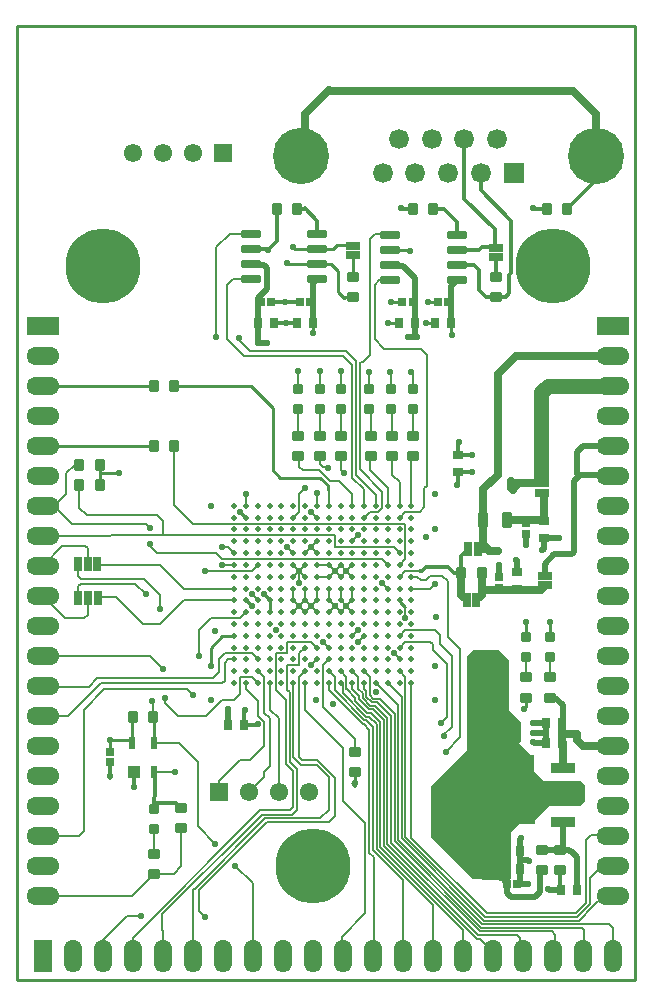
<source format=gtl>
G04 Layer_Physical_Order=1*
G04 Layer_Color=255*
%FSLAX25Y25*%
%MOIN*%
G70*
G01*
G75*
%ADD10C,0.01968*%
G04:AMPARAMS|DCode=11|XSize=31.5mil|YSize=31.5mil|CornerRadius=3.94mil|HoleSize=0mil|Usage=FLASHONLY|Rotation=90.000|XOffset=0mil|YOffset=0mil|HoleType=Round|Shape=RoundedRectangle|*
%AMROUNDEDRECTD11*
21,1,0.03150,0.02362,0,0,90.0*
21,1,0.02362,0.03150,0,0,90.0*
1,1,0.00787,0.01181,0.01181*
1,1,0.00787,0.01181,-0.01181*
1,1,0.00787,-0.01181,-0.01181*
1,1,0.00787,-0.01181,0.01181*
%
%ADD11ROUNDEDRECTD11*%
G04:AMPARAMS|DCode=12|XSize=25.59mil|YSize=64.96mil|CornerRadius=1.92mil|HoleSize=0mil|Usage=FLASHONLY|Rotation=90.000|XOffset=0mil|YOffset=0mil|HoleType=Round|Shape=RoundedRectangle|*
%AMROUNDEDRECTD12*
21,1,0.02559,0.06112,0,0,90.0*
21,1,0.02175,0.06496,0,0,90.0*
1,1,0.00384,0.03056,0.01088*
1,1,0.00384,0.03056,-0.01088*
1,1,0.00384,-0.03056,-0.01088*
1,1,0.00384,-0.03056,0.01088*
%
%ADD12ROUNDEDRECTD12*%
G04:AMPARAMS|DCode=13|XSize=51.18mil|YSize=31.5mil|CornerRadius=3.94mil|HoleSize=0mil|Usage=FLASHONLY|Rotation=90.000|XOffset=0mil|YOffset=0mil|HoleType=Round|Shape=RoundedRectangle|*
%AMROUNDEDRECTD13*
21,1,0.05118,0.02362,0,0,90.0*
21,1,0.04331,0.03150,0,0,90.0*
1,1,0.00787,0.01181,0.02165*
1,1,0.00787,0.01181,-0.02165*
1,1,0.00787,-0.01181,-0.02165*
1,1,0.00787,-0.01181,0.02165*
%
%ADD13ROUNDEDRECTD13*%
G04:AMPARAMS|DCode=14|XSize=39.37mil|YSize=35.43mil|CornerRadius=4.43mil|HoleSize=0mil|Usage=FLASHONLY|Rotation=180.000|XOffset=0mil|YOffset=0mil|HoleType=Round|Shape=RoundedRectangle|*
%AMROUNDEDRECTD14*
21,1,0.03937,0.02657,0,0,180.0*
21,1,0.03051,0.03543,0,0,180.0*
1,1,0.00886,-0.01526,0.01329*
1,1,0.00886,0.01526,0.01329*
1,1,0.00886,0.01526,-0.01329*
1,1,0.00886,-0.01526,-0.01329*
%
%ADD14ROUNDEDRECTD14*%
G04:AMPARAMS|DCode=15|XSize=39.37mil|YSize=35.43mil|CornerRadius=4.43mil|HoleSize=0mil|Usage=FLASHONLY|Rotation=90.000|XOffset=0mil|YOffset=0mil|HoleType=Round|Shape=RoundedRectangle|*
%AMROUNDEDRECTD15*
21,1,0.03937,0.02657,0,0,90.0*
21,1,0.03051,0.03543,0,0,90.0*
1,1,0.00886,0.01329,0.01526*
1,1,0.00886,0.01329,-0.01526*
1,1,0.00886,-0.01329,-0.01526*
1,1,0.00886,-0.01329,0.01526*
%
%ADD15ROUNDEDRECTD15*%
%ADD16R,0.02500X0.05000*%
%ADD17R,0.03740X0.02953*%
%ADD18R,0.02953X0.03740*%
%ADD19R,0.02520X0.02520*%
%ADD20R,0.02520X0.02520*%
%ADD21R,0.05000X0.02500*%
%ADD22R,0.02362X0.03937*%
%ADD23R,0.03937X0.03937*%
%ADD24R,0.08268X0.03543*%
%ADD25R,0.08268X0.12598*%
%ADD26C,0.02000*%
%ADD27C,0.02500*%
%ADD28C,0.00600*%
%ADD29C,0.00800*%
%ADD30C,0.01000*%
%ADD31C,0.01200*%
%ADD32C,0.05000*%
%ADD33R,0.06102X0.06102*%
%ADD34C,0.06102*%
%ADD35C,0.18740*%
%ADD36C,0.06653*%
%ADD37R,0.06653X0.06653*%
%ADD38C,0.25000*%
%ADD39O,0.11000X0.06000*%
%ADD40R,0.11000X0.06000*%
%ADD41O,0.06000X0.11000*%
%ADD42R,0.06000X0.11000*%
%ADD43C,0.02300*%
%ADD44C,0.02400*%
G36*
X442126Y204331D02*
Y203937D01*
Y187795D01*
X446063Y183858D01*
Y177559D01*
X445276Y176772D01*
X449213Y172835D01*
X450394D01*
Y167323D01*
X453543Y164173D01*
X466142D01*
X467323Y162992D01*
Y157480D01*
X465748Y155905D01*
X455512D01*
X450787Y151181D01*
Y150000D01*
X445276D01*
X442520Y147244D01*
Y131439D01*
X441791Y130754D01*
X429921Y131496D01*
X426575Y134843D01*
X416142Y145276D01*
Y162598D01*
X418110Y164567D01*
X427953Y174409D01*
Y205906D01*
X429921Y207874D01*
X438583D01*
X442126Y204331D01*
D02*
G37*
D10*
X350394Y255906D02*
D03*
X354331D02*
D03*
X358268D02*
D03*
X362205D02*
D03*
X366142D02*
D03*
X370079D02*
D03*
X374016D02*
D03*
X377953D02*
D03*
X381890D02*
D03*
X385827D02*
D03*
X389764D02*
D03*
X393701D02*
D03*
X397638D02*
D03*
X401575D02*
D03*
X405512D02*
D03*
X409449D02*
D03*
X350394Y251969D02*
D03*
X354331D02*
D03*
X358268D02*
D03*
X362205D02*
D03*
X366142D02*
D03*
X370079D02*
D03*
X374016D02*
D03*
X377953D02*
D03*
X381890D02*
D03*
X385827D02*
D03*
X389764D02*
D03*
X393701D02*
D03*
X397638D02*
D03*
X401575D02*
D03*
X405512D02*
D03*
X409449D02*
D03*
X350394Y248031D02*
D03*
X354331D02*
D03*
X358268D02*
D03*
X362205D02*
D03*
X366142D02*
D03*
X370079D02*
D03*
X374016D02*
D03*
X377953D02*
D03*
X381890D02*
D03*
X385827D02*
D03*
X389764D02*
D03*
X393701D02*
D03*
X397638D02*
D03*
X401575D02*
D03*
X405512D02*
D03*
X409449D02*
D03*
X350394Y244094D02*
D03*
X354331D02*
D03*
X358268D02*
D03*
X362205D02*
D03*
X366142D02*
D03*
X370079D02*
D03*
X374016D02*
D03*
X377953D02*
D03*
X381890D02*
D03*
X385827D02*
D03*
X389764D02*
D03*
X393701D02*
D03*
X397638D02*
D03*
X401575D02*
D03*
X405512D02*
D03*
X409449D02*
D03*
X350394Y240158D02*
D03*
X354331D02*
D03*
X358268D02*
D03*
X362205D02*
D03*
X366142D02*
D03*
X370079D02*
D03*
X374016D02*
D03*
X377953D02*
D03*
X381890D02*
D03*
X385827D02*
D03*
X389764D02*
D03*
X393701D02*
D03*
X397638D02*
D03*
X401575D02*
D03*
X405512D02*
D03*
X409449D02*
D03*
X350394Y236221D02*
D03*
X354331D02*
D03*
X358268D02*
D03*
X362205D02*
D03*
X366142D02*
D03*
X370079D02*
D03*
X374016D02*
D03*
X377953D02*
D03*
X381890D02*
D03*
X385827D02*
D03*
X389764D02*
D03*
X393701D02*
D03*
X397638D02*
D03*
X401575D02*
D03*
X405512D02*
D03*
X409449D02*
D03*
X350394Y232283D02*
D03*
X354331D02*
D03*
X358268D02*
D03*
X362205D02*
D03*
X366142D02*
D03*
X370079D02*
D03*
X374016D02*
D03*
X377953D02*
D03*
X381890D02*
D03*
X385827D02*
D03*
X389764D02*
D03*
X393701D02*
D03*
X397638D02*
D03*
X401575D02*
D03*
X405512D02*
D03*
X409449D02*
D03*
X350394Y228346D02*
D03*
X354331D02*
D03*
X358268D02*
D03*
X362205D02*
D03*
X366142D02*
D03*
X370079D02*
D03*
X374016D02*
D03*
X377953D02*
D03*
X381890D02*
D03*
X385827D02*
D03*
X389764D02*
D03*
X393701D02*
D03*
X397638D02*
D03*
X401575D02*
D03*
X405512D02*
D03*
X409449D02*
D03*
X350394Y224410D02*
D03*
X354331D02*
D03*
X358268D02*
D03*
X362205D02*
D03*
X366142D02*
D03*
X370079D02*
D03*
X374016D02*
D03*
X377953D02*
D03*
X381890D02*
D03*
X385827D02*
D03*
X389764D02*
D03*
X393701D02*
D03*
X397638D02*
D03*
X401575D02*
D03*
X405512D02*
D03*
X409449D02*
D03*
X350394Y220472D02*
D03*
X354331D02*
D03*
X358268D02*
D03*
X362205D02*
D03*
X366142D02*
D03*
X370079D02*
D03*
X374016D02*
D03*
X377953D02*
D03*
X381890D02*
D03*
X385827D02*
D03*
X389764D02*
D03*
X393701D02*
D03*
X397638D02*
D03*
X401575D02*
D03*
X405512D02*
D03*
X409449D02*
D03*
X350394Y216535D02*
D03*
X354331D02*
D03*
X358268D02*
D03*
X362205D02*
D03*
X366142D02*
D03*
X370079D02*
D03*
X374016D02*
D03*
X377953D02*
D03*
X381890D02*
D03*
X385827D02*
D03*
X389764D02*
D03*
X393701D02*
D03*
X397638D02*
D03*
X401575D02*
D03*
X405512D02*
D03*
X409449D02*
D03*
X350394Y212598D02*
D03*
X354331D02*
D03*
X358268D02*
D03*
X362205D02*
D03*
X366142D02*
D03*
X370079D02*
D03*
X374016D02*
D03*
X377953D02*
D03*
X381890D02*
D03*
X385827D02*
D03*
X389764D02*
D03*
X393701D02*
D03*
X397638D02*
D03*
X401575D02*
D03*
X405512D02*
D03*
X409449D02*
D03*
X350394Y208661D02*
D03*
X354331D02*
D03*
X358268D02*
D03*
X362205D02*
D03*
X366142D02*
D03*
X370079D02*
D03*
X374016D02*
D03*
X377953D02*
D03*
X381890D02*
D03*
X385827D02*
D03*
X389764D02*
D03*
X393701D02*
D03*
X397638D02*
D03*
X401575D02*
D03*
X405512D02*
D03*
X409449D02*
D03*
X350394Y204724D02*
D03*
X354331D02*
D03*
X358268D02*
D03*
X362205D02*
D03*
X366142D02*
D03*
X370079D02*
D03*
X374016D02*
D03*
X377953D02*
D03*
X381890D02*
D03*
X385827D02*
D03*
X389764D02*
D03*
X393701D02*
D03*
X397638D02*
D03*
X401575D02*
D03*
X405512D02*
D03*
X409449D02*
D03*
X350394Y200787D02*
D03*
X354331D02*
D03*
X358268D02*
D03*
X362205D02*
D03*
X366142D02*
D03*
X370079D02*
D03*
X374016D02*
D03*
X377953D02*
D03*
X381890D02*
D03*
X385827D02*
D03*
X389764D02*
D03*
X393701D02*
D03*
X397638D02*
D03*
X401575D02*
D03*
X405512D02*
D03*
X409449D02*
D03*
X350394Y196850D02*
D03*
X354331D02*
D03*
X358268D02*
D03*
X362205D02*
D03*
X366142D02*
D03*
X370079D02*
D03*
X374016D02*
D03*
X377953D02*
D03*
X381890D02*
D03*
X385827D02*
D03*
X389764D02*
D03*
X393701D02*
D03*
X397638D02*
D03*
X401575D02*
D03*
X405512D02*
D03*
X409449D02*
D03*
D11*
X378860Y295002D02*
D03*
Y288309D02*
D03*
X386045Y295002D02*
D03*
Y288309D02*
D03*
X395482Y295002D02*
D03*
Y288309D02*
D03*
X402667Y295002D02*
D03*
Y288309D02*
D03*
X409852Y295002D02*
D03*
Y288309D02*
D03*
X455500Y205516D02*
D03*
Y212209D02*
D03*
X447500Y205516D02*
D03*
Y212209D02*
D03*
X371675Y288309D02*
D03*
Y295002D02*
D03*
X323500Y148153D02*
D03*
Y154847D02*
D03*
D12*
X378122Y331500D02*
D03*
Y336500D02*
D03*
Y341500D02*
D03*
Y346500D02*
D03*
X355878Y331500D02*
D03*
Y336500D02*
D03*
Y341500D02*
D03*
Y346500D02*
D03*
X424508Y331083D02*
D03*
Y336083D02*
D03*
Y341083D02*
D03*
Y346083D02*
D03*
X402264Y331083D02*
D03*
Y336083D02*
D03*
Y341083D02*
D03*
Y346083D02*
D03*
D13*
X441339Y251181D02*
D03*
X433465D02*
D03*
D14*
X455500Y192016D02*
D03*
Y198709D02*
D03*
X447500Y192016D02*
D03*
Y198709D02*
D03*
X371791Y272551D02*
D03*
Y279244D02*
D03*
X378886Y272551D02*
D03*
Y279244D02*
D03*
X385980Y272551D02*
D03*
Y279244D02*
D03*
X395870Y272551D02*
D03*
Y279244D02*
D03*
X402965Y272551D02*
D03*
Y279244D02*
D03*
X410059Y272551D02*
D03*
Y279244D02*
D03*
X390000Y332347D02*
D03*
Y325654D02*
D03*
X437500Y332347D02*
D03*
Y325654D02*
D03*
X323500Y133307D02*
D03*
Y140000D02*
D03*
X332500Y148653D02*
D03*
Y155347D02*
D03*
X390748Y167323D02*
D03*
Y174016D02*
D03*
X453000Y134653D02*
D03*
Y141347D02*
D03*
X459000Y141347D02*
D03*
Y134653D02*
D03*
D15*
X454654Y355000D02*
D03*
X461346D02*
D03*
X410000D02*
D03*
X416693D02*
D03*
X364653D02*
D03*
X371346D02*
D03*
X316653Y185500D02*
D03*
X323346D02*
D03*
X323500Y296000D02*
D03*
X330193D02*
D03*
X330346Y276000D02*
D03*
X323654D02*
D03*
X432846Y233500D02*
D03*
X426154D02*
D03*
X298819Y262795D02*
D03*
X305512D02*
D03*
X298819Y269685D02*
D03*
X305512D02*
D03*
D16*
X304913Y225197D02*
D03*
X301669D02*
D03*
X298425D02*
D03*
X304819Y236614D02*
D03*
X301575D02*
D03*
X298331D02*
D03*
X428378Y241500D02*
D03*
X431622D02*
D03*
X427878Y224500D02*
D03*
X431122D02*
D03*
D17*
X444500Y228244D02*
D03*
Y233756D02*
D03*
X425000Y267244D02*
D03*
Y272756D02*
D03*
X453500Y250756D02*
D03*
Y245244D02*
D03*
D18*
X348244Y183000D02*
D03*
X353756D02*
D03*
X358244Y317000D02*
D03*
X363756D02*
D03*
X376756D02*
D03*
X371244D02*
D03*
X410756D02*
D03*
X405244D02*
D03*
X422756D02*
D03*
X417244D02*
D03*
X459756Y183500D02*
D03*
X454244D02*
D03*
X459756Y177000D02*
D03*
X454244D02*
D03*
X440244Y141000D02*
D03*
X445756D02*
D03*
X440244Y135000D02*
D03*
X445756D02*
D03*
X464756Y128000D02*
D03*
X459244D02*
D03*
D19*
X438500Y228689D02*
D03*
Y232311D02*
D03*
X309000Y174000D02*
D03*
Y170378D02*
D03*
X447500Y250311D02*
D03*
Y246689D02*
D03*
D20*
X359189Y324000D02*
D03*
X362811D02*
D03*
X375811D02*
D03*
X372189D02*
D03*
X410000D02*
D03*
X406378D02*
D03*
X421811D02*
D03*
X418189D02*
D03*
X441189Y130000D02*
D03*
X444811D02*
D03*
D21*
X454000Y232622D02*
D03*
Y229378D02*
D03*
X390000Y342622D02*
D03*
Y339378D02*
D03*
X437500Y342000D02*
D03*
Y338757D02*
D03*
X453150Y263479D02*
D03*
Y260236D02*
D03*
D22*
X316260Y176724D02*
D03*
X323740D02*
D03*
Y167276D02*
D03*
D23*
X317047D02*
D03*
D24*
X460039Y150394D02*
D03*
Y159449D02*
D03*
Y168504D02*
D03*
D25*
X437598Y159449D02*
D03*
D26*
X454000Y236677D02*
X457087Y239764D01*
X462992D01*
X454000Y232622D02*
Y236677D01*
X444500Y233756D02*
Y237784D01*
X444488Y237795D02*
X444500Y237784D01*
X452756Y263873D02*
X453150Y263479D01*
X452756Y263873D02*
Y265748D01*
X408268Y312205D02*
X411417D01*
X410756Y317000D02*
Y331764D01*
Y312866D02*
X411417Y312205D01*
X410756Y312866D02*
Y317000D01*
X358268Y310236D02*
X361417D01*
X358244Y317000D02*
Y325173D01*
Y310260D02*
X358268Y310236D01*
X358244Y310260D02*
Y317000D01*
X459756Y183500D02*
X459842Y183587D01*
Y189370D01*
X457197Y192016D02*
X459842Y189370D01*
X455500Y192016D02*
X457197D01*
X476043Y296457D02*
X476500Y296000D01*
X465354Y266535D02*
X465748Y266142D01*
X464567Y266535D02*
X465354D01*
X464567D02*
Y274016D01*
X466551Y276000D01*
X476500D01*
X458630Y245244D02*
X458661Y245276D01*
X453500Y245244D02*
X458630D01*
X453150Y241339D02*
X453500Y241689D01*
Y245244D01*
X447500Y243051D02*
X447638Y242913D01*
X447500Y243051D02*
Y246689D01*
X348244Y188008D02*
X348425Y188189D01*
X348244Y183000D02*
Y188008D01*
X355878Y336500D02*
X356157Y336221D01*
X360236D01*
X361417Y335039D01*
Y328346D02*
Y335039D01*
X358244Y325173D02*
X361417Y328346D01*
X376756Y317000D02*
Y330134D01*
X378122Y331500D01*
X422756Y317000D02*
Y329331D01*
X424508Y331083D01*
X402264Y336083D02*
X402520Y335827D01*
X406693D01*
X410756Y331764D01*
X459000Y141347D02*
X459008Y141339D01*
X461811D01*
X462205Y140945D01*
X462598D01*
X464756Y138787D01*
Y128000D02*
Y138787D01*
X460039Y142386D02*
Y150394D01*
X459000Y141347D02*
X460039Y142386D01*
X459000Y141347D02*
X459000Y141347D01*
X453000Y141347D02*
X459000D01*
X440158Y131032D02*
Y140913D01*
X452362Y134016D02*
X453000Y134653D01*
X452362Y127165D02*
Y134016D01*
X450787Y125591D02*
X452362Y127165D01*
X442520Y125591D02*
X450787D01*
X441189Y126921D02*
X442520Y125591D01*
X441189Y126921D02*
Y130000D01*
X440158Y140913D02*
X440244Y141000D01*
X440158Y131032D02*
X441189Y130000D01*
X445756Y137795D02*
X448425D01*
X445756D02*
Y141000D01*
Y135000D02*
Y137795D01*
X448425D02*
X448819Y137402D01*
X445756Y130945D02*
Y135000D01*
X444811Y130000D02*
X445756Y130945D01*
Y144968D02*
X446063Y145276D01*
X445756Y141000D02*
Y144968D01*
X448347Y130000D02*
X448425Y129921D01*
X444811Y130000D02*
X448347D01*
X455118Y128347D02*
X455465Y128000D01*
X459244D01*
X454244Y180250D02*
Y183500D01*
Y177000D02*
Y180250D01*
X450000Y180315D02*
X450065Y180250D01*
X454244D01*
X450000Y177165D02*
X450165Y177000D01*
X454244D01*
X450000Y183465D02*
X450035Y183500D01*
X454244D01*
X476358Y266142D02*
X476500Y266000D01*
X465748Y266142D02*
X476358D01*
X463779Y264173D02*
X465748Y266142D01*
X463779Y240551D02*
Y264173D01*
X462992Y239764D02*
X463779Y240551D01*
X438500Y236138D02*
X438583Y236221D01*
X438500Y232311D02*
Y236138D01*
D27*
X432846Y227953D02*
X452574D01*
X454000Y229378D01*
X443307Y263386D02*
X444882D01*
X444095Y262205D02*
X445276Y263386D01*
X443307Y261417D02*
X444095Y262205D01*
Y262205D02*
X445369Y263479D01*
X442520Y264173D02*
X443307Y263386D01*
X442520Y261811D02*
Y264173D01*
Y261811D02*
X443307Y261024D01*
Y261417D01*
X444095Y262205D02*
Y262205D01*
X445369Y263479D02*
X453150D01*
X441339Y251181D02*
X453075D01*
X453150Y260236D02*
X453500Y259886D01*
Y250756D02*
Y259886D01*
X372496Y372590D02*
X374016Y374110D01*
Y386614D01*
X381890Y394488D01*
X382283Y394094D01*
X463386D01*
X470882Y386598D01*
Y372590D02*
Y386598D01*
X459756Y177000D02*
X460039Y176716D01*
Y168504D02*
Y176716D01*
X459756Y177000D02*
Y180402D01*
Y183500D01*
Y180402D02*
X460236Y179921D01*
X464567D01*
Y177953D02*
Y179921D01*
Y177953D02*
X466520Y176000D01*
X476500D01*
X432846Y227953D02*
Y233500D01*
Y226225D02*
Y227953D01*
X426154Y226225D02*
X427878Y224500D01*
X426154Y226225D02*
Y233500D01*
X431122Y224500D02*
X432846Y226225D01*
X444189Y306000D02*
X476500D01*
X438189Y300000D02*
X444189Y306000D01*
X438189Y266142D02*
Y300000D01*
X433465Y261417D02*
X438189Y266142D01*
X433465Y251181D02*
Y261417D01*
X453075Y251181D02*
X453500Y250756D01*
X433465Y242913D02*
Y251181D01*
Y242913D02*
X434878Y241500D01*
X435433Y240945D02*
X438189D01*
X434878Y241500D02*
X435433Y240945D01*
X431622Y241500D02*
X434878D01*
D28*
X333661Y228346D02*
X350394D01*
X325787Y236221D02*
X333661Y228346D01*
X305213Y236221D02*
X325787D01*
X304913Y225197D02*
X305110Y225394D01*
X311024D01*
X319882Y216535D01*
X325787D01*
X333661Y224410D01*
X350394D01*
X304819Y236614D02*
X305213Y236221D01*
X304724Y198425D02*
X343307D01*
X301969Y195669D02*
X304724Y198425D01*
X286831Y195669D02*
X301969D01*
X307087Y194882D02*
X334646D01*
X300197Y187992D02*
X307087Y194882D01*
X300197Y147638D02*
Y187992D01*
X334646Y194882D02*
X336614Y192913D01*
X346457Y196850D02*
X347244Y197638D01*
X305906Y196850D02*
X346457D01*
X295055Y186000D02*
X305906Y196850D01*
X298559Y146000D02*
X300197Y147638D01*
X286500Y146000D02*
X298559D01*
X320344Y231496D02*
X325787Y226053D01*
Y221457D02*
Y226053D01*
X312992Y229921D02*
X317323D01*
X320866Y226378D01*
X313386Y231496D02*
X320344D01*
X338583Y205709D02*
Y214567D01*
X342520Y218504D01*
X352362D01*
X354331Y220472D01*
X286500Y206000D02*
X322346D01*
X326772Y201575D01*
X327165Y190157D02*
Y191732D01*
Y190157D02*
X331496Y185827D01*
X340945D01*
X346457Y191339D01*
X286500Y186000D02*
X295055D01*
X347244Y197638D02*
Y203543D01*
X347244D01*
X348425Y204724D01*
X350394D01*
X350394Y204724D01*
X286500Y196000D02*
X286831Y195669D01*
X343307Y198425D02*
X345276Y200394D01*
Y204724D01*
X347244Y206693D01*
X356299D01*
X358268Y204724D01*
X358268D01*
X419685Y179134D02*
X422835Y182283D01*
X419291Y183465D02*
X421260Y185433D01*
Y203150D01*
X416535Y207874D02*
X421260Y203150D01*
X416535Y207874D02*
Y209842D01*
X415748Y210630D02*
X416535Y209842D01*
X407480Y210630D02*
X415748D01*
X405512Y208661D02*
X407480Y210630D01*
X419685Y179134D02*
X420472D01*
X422835Y182283D02*
Y205906D01*
X418898Y209842D02*
X422835Y205906D01*
X418898Y209842D02*
Y212992D01*
X417323Y214567D02*
X418898Y212992D01*
X407480Y214567D02*
X417323D01*
X405512Y212598D02*
X407480Y214567D01*
X381496Y261024D02*
X381890Y260630D01*
Y255906D02*
Y260630D01*
X340551Y234252D02*
X345526D01*
X345608Y234171D01*
X356218D01*
X358268Y236221D01*
X381890Y194670D02*
Y196850D01*
X383858Y194399D02*
Y198819D01*
X386595Y193359D02*
Y196082D01*
X395754Y194716D02*
Y198735D01*
X395588Y194550D02*
X395754Y194716D01*
X396789Y191651D02*
X398900D01*
X403880Y186671D01*
X386595Y193359D02*
X394303Y185651D01*
X383858Y194399D02*
X393806Y184451D01*
X381890Y194670D02*
X393309Y183251D01*
X393521D02*
X395480Y181291D01*
X393309Y183251D02*
X393521D01*
X394289Y184451D02*
X396680Y182060D01*
X393806Y184451D02*
X394289D01*
X395329Y185651D02*
X397880Y183100D01*
X394303Y185651D02*
X395329D01*
X395955Y186851D02*
X399080Y183726D01*
X394800Y186851D02*
X395955D01*
X390788Y190864D02*
X394800Y186851D01*
X390788Y190864D02*
Y192018D01*
X387924Y194882D02*
X390788Y192018D01*
X396595Y188051D02*
X400280Y184365D01*
X395298Y188051D02*
X396595D01*
X391988Y191360D02*
X395298Y188051D01*
X391988Y191360D02*
Y192658D01*
X389764Y194882D02*
X391988Y192658D01*
X397363Y189251D02*
X401480Y185134D01*
X395795Y189251D02*
X397363D01*
X393188Y191858D02*
X395795Y189251D01*
X393188Y191858D02*
Y193426D01*
X391732Y194882D02*
X393188Y193426D01*
X398132Y190451D02*
X402680Y185902D01*
X396292Y190451D02*
X398132D01*
X394388Y192355D02*
X396292Y190451D01*
X394388Y192355D02*
Y194195D01*
X393701Y194882D02*
X394388Y194195D01*
X395588Y192852D02*
Y194550D01*
Y192852D02*
X396789Y191651D01*
X397638Y196850D02*
X405080Y189408D01*
Y144553D02*
Y189408D01*
X403880Y144056D02*
Y186671D01*
X379921Y188976D02*
Y202756D01*
X348862Y346500D02*
X355878D01*
X344488Y342126D02*
X348862Y346500D01*
X344488Y312205D02*
Y342126D01*
X351969Y311024D02*
Y311811D01*
Y311024D02*
X355512Y307480D01*
X387795D01*
X390964Y304312D01*
X350004Y331500D02*
X355878D01*
X348031Y329528D02*
X350004Y331500D01*
X348031Y311417D02*
Y329528D01*
Y311417D02*
X353543Y305906D01*
X386614D01*
X407480Y234252D02*
X412205D01*
X407480Y218504D02*
Y222047D01*
X401890Y346457D02*
X402264Y346083D01*
X397244Y346457D02*
X401890D01*
X395669Y344882D02*
X397244Y346457D01*
X395669Y306299D02*
Y344882D01*
X393307Y303937D02*
X395669Y306299D01*
X392520Y303937D02*
X393307D01*
X344488Y240158D02*
X346375Y238270D01*
X324803Y240158D02*
X344488D01*
X322441Y242520D02*
X324803Y240158D01*
X346375Y238270D02*
X399525D01*
X309118Y246000D02*
X309181Y246063D01*
X322441Y242520D02*
Y243307D01*
X399525Y238270D02*
X401575Y236221D01*
X383858Y242126D02*
Y246063D01*
Y242126D02*
X403543D01*
X405512Y240158D01*
X405512D01*
X336614Y250000D02*
X407480D01*
Y238189D02*
Y250000D01*
X405512Y236221D02*
X407480Y238189D01*
X375984Y242126D02*
X377953Y244094D01*
X368110Y242126D02*
X368110D01*
X375984D02*
X377953Y240158D01*
X374016D02*
X375984Y242126D01*
X330346Y256268D02*
X336614Y250000D01*
X389764Y244094D02*
X391732Y246063D01*
X381890Y232283D02*
X383858Y234252D01*
X286500Y246000D02*
X309118D01*
X330346Y256268D02*
Y276000D01*
X377953Y236221D02*
X381890D01*
X383858Y234252D01*
X383858D01*
X383858Y234252D02*
Y234252D01*
X387795D02*
X387795D01*
X385827Y236221D02*
X387795Y234252D01*
X389764Y212598D02*
X391732Y214567D01*
X326378Y114689D02*
X326500Y114567D01*
X326378Y114689D02*
Y120079D01*
X314567Y119291D02*
X319291D01*
X306500Y111224D02*
X314567Y119291D01*
X306500Y106000D02*
Y111224D01*
X326500Y106000D02*
Y114567D01*
X338583Y120866D02*
X340551Y118898D01*
X372047Y198819D02*
X374016Y200787D01*
X377953Y208661D02*
X377953D01*
X375984Y210630D02*
X377953Y208661D01*
X368110Y210630D02*
X375984D01*
X368110Y206693D02*
Y210630D01*
X364173Y206693D02*
X368110D01*
X364173Y194488D02*
Y206693D01*
X368110Y194488D02*
Y202756D01*
X372047D02*
Y206693D01*
X368110Y202756D02*
X372047D01*
X368110Y194488D02*
X368879Y193720D01*
X375984Y202756D02*
X377953Y204724D01*
X364173Y194488D02*
X367594Y191067D01*
X372047Y206693D02*
X374016Y208661D01*
X316500Y106000D02*
Y111898D01*
X336500Y106000D02*
Y128232D01*
X379921Y188976D02*
X390748Y178150D01*
X379921Y202756D02*
X381890Y204724D01*
Y204724D01*
Y200787D02*
X383858Y198819D01*
X386221Y106280D02*
X386500Y106000D01*
X386221Y106280D02*
Y112205D01*
X394094Y120079D01*
X396500Y106000D02*
X396850Y106350D01*
Y138976D01*
X395480Y140347D02*
X396850Y138976D01*
X395480Y140347D02*
Y181291D01*
X406500Y106000D02*
Y131254D01*
X396680Y141074D02*
X406500Y131254D01*
X396680Y141074D02*
Y182060D01*
X416500Y106000D02*
Y122951D01*
X397880Y141571D02*
X416500Y122951D01*
X397880Y141571D02*
Y183100D01*
X385827Y196850D02*
X386595Y196082D01*
X426500Y106000D02*
Y114648D01*
X399080Y142068D02*
X426500Y114648D01*
X399080Y142068D02*
Y183726D01*
X387795Y194882D02*
X387924D01*
X436500Y106000D02*
Y107595D01*
X432416Y111679D02*
X436500Y107595D01*
X431166Y111679D02*
X432416D01*
X400280Y142565D02*
X431166Y111679D01*
X400280Y142565D02*
Y184365D01*
X389764Y194882D02*
Y196850D01*
X445669Y106831D02*
X446500Y106000D01*
X445669Y106831D02*
Y111811D01*
X444602Y112879D02*
X445669Y111811D01*
X431663Y112879D02*
X444602D01*
X401480Y143062D02*
X431663Y112879D01*
X401480Y143062D02*
Y185134D01*
X387795Y194882D02*
Y198819D01*
X385827Y200787D02*
X387795Y198819D01*
X391732Y194882D02*
Y198819D01*
X389764Y200787D02*
X391732Y198819D01*
X389764Y200787D02*
Y200787D01*
X406280Y145050D02*
Y192145D01*
X407480Y145547D02*
Y198819D01*
X409449Y145276D02*
Y196850D01*
X393701Y200787D02*
X395754Y198735D01*
X393701Y194882D02*
Y196850D01*
X456500Y106000D02*
X457480Y106980D01*
Y112992D01*
X456394Y114079D02*
X457480Y112992D01*
X432160Y114079D02*
X456394D01*
X402680Y143559D02*
X432160Y114079D01*
X402680Y143559D02*
Y185902D01*
X466500Y106000D02*
X466929Y106429D01*
Y114624D01*
X466275Y115279D02*
X466929Y114624D01*
X432657Y115279D02*
X466275D01*
X403880Y144056D02*
X432657Y115279D01*
X476500Y106000D02*
Y115232D01*
X475197Y116535D02*
X476500Y115232D01*
X465721Y116535D02*
X475197D01*
X465664Y116479D02*
X465721Y116535D01*
X433154Y116479D02*
X465664D01*
X405080Y144553D02*
X433154Y116479D01*
X401575Y196850D02*
X406280Y192145D01*
X473638Y126000D02*
X476500D01*
X470472Y122835D02*
X473638Y126000D01*
X470208Y122835D02*
X470472D01*
X470117Y122743D02*
X470208Y122835D01*
X470117Y122628D02*
Y122743D01*
X465167Y117679D02*
X470117Y122628D01*
X433652Y117679D02*
X465167D01*
X406280Y145050D02*
X433652Y117679D01*
X468917Y123125D02*
Y131909D01*
X467717Y123622D02*
Y144488D01*
X464173Y120079D02*
X467717Y123622D01*
X468917Y131909D02*
X473008Y136000D01*
X467717Y144488D02*
X469291Y146063D01*
X473008Y136000D02*
X476500D01*
X464670Y118879D02*
X468917Y123125D01*
X434149Y118879D02*
X464670D01*
X407480Y145547D02*
X434149Y118879D01*
X405512Y200787D02*
X407480Y198819D01*
X476437Y146063D02*
X476500Y146000D01*
X469291Y146063D02*
X476437D01*
X434646Y120079D02*
X464173D01*
X409449Y145276D02*
X434646Y120079D01*
X409852Y288309D02*
X410059Y288102D01*
Y279244D02*
Y288102D01*
X402667Y288309D02*
X402965Y288012D01*
Y279244D02*
Y288012D01*
X395482Y288309D02*
X395870Y287921D01*
Y279244D02*
Y287921D01*
X385980Y288244D02*
X386045Y288309D01*
X385980Y279244D02*
Y288244D01*
X378860Y288309D02*
X378886Y288283D01*
Y279244D02*
Y288283D01*
X371675Y288309D02*
X371791Y288193D01*
Y279244D02*
Y288193D01*
Y272551D02*
X372047Y272295D01*
Y268898D02*
Y272295D01*
Y268898D02*
X373228Y267717D01*
X378740D01*
X379702Y266754D01*
X379714D01*
X382295Y264173D01*
X385433D01*
X389764Y259842D01*
X381102Y268898D02*
X381496Y268504D01*
X379921Y268898D02*
X381102D01*
X378886Y269933D02*
X379921Y268898D01*
X378886Y269933D02*
Y272551D01*
X385980Y267957D02*
X387008Y266929D01*
X385980Y267957D02*
Y272551D01*
X389764Y265354D02*
Y302756D01*
X390964Y266123D02*
Y304312D01*
X392164Y268072D02*
Y303581D01*
X374016Y240158D02*
X374016D01*
X375984Y253937D02*
X377953Y251969D01*
X377953D01*
X392164Y303581D02*
X392520Y303937D01*
X392164Y268072D02*
X399606Y260630D01*
Y255209D02*
Y260630D01*
X398418Y254021D02*
X399606Y255209D01*
X395754Y254021D02*
X398418D01*
X393701Y251969D02*
X395754Y254021D01*
X390964Y266123D02*
X397638Y259449D01*
Y255906D02*
Y259449D01*
X386614Y305906D02*
X389764Y302756D01*
Y265354D02*
X393701Y261417D01*
Y255906D02*
Y261417D01*
X413779Y261811D02*
X414567Y262598D01*
X413779Y255512D02*
Y261811D01*
X413779Y255512D02*
X413779D01*
X412205Y253937D02*
X413779Y255512D01*
X407480Y253937D02*
X412205D01*
X405512Y251969D02*
X407480Y253937D01*
X409449Y271941D02*
X410059Y272551D01*
X409449Y255906D02*
Y271941D01*
X389764Y255906D02*
Y259842D01*
X395669Y272350D02*
X395870Y272551D01*
X395669Y267717D02*
Y272350D01*
Y267717D02*
X401575Y261811D01*
Y255906D02*
Y261811D01*
X402965Y266327D02*
Y272551D01*
Y266327D02*
X405512Y263779D01*
Y255906D02*
Y263779D01*
X346457Y236221D02*
X346457Y236221D01*
X350394D01*
X377953Y240158D02*
X377953D01*
X368110Y242126D02*
X370079Y240158D01*
X383858Y234252D02*
X385827Y236221D01*
X370079Y224410D02*
Y228346D01*
Y224410D02*
Y224410D01*
X374016D02*
Y228346D01*
X389764Y224410D02*
Y228346D01*
X385827Y224410D02*
Y228346D01*
Y224410D02*
Y224410D01*
X381890D02*
Y228346D01*
Y224410D02*
Y224410D01*
X377953D02*
Y228346D01*
Y232283D02*
X381890D01*
X383858Y234252D02*
X385827Y232283D01*
X383858Y234252D02*
X383858Y234252D01*
X387795D02*
X389764Y236221D01*
X385827Y232283D02*
X387795Y234252D01*
X385827Y232283D02*
Y232283D01*
X387795Y234252D02*
X389764Y232283D01*
X372047Y222441D02*
X374016Y220472D01*
X374016D01*
X370079Y224410D02*
X372047Y222441D01*
X374016Y224410D01*
X375984Y222441D02*
Y222441D01*
X374016Y224410D02*
X375984Y222441D01*
X374016Y220472D02*
X375984Y222441D01*
X377953Y220472D01*
X377953D01*
X383858Y222441D02*
X383858D01*
X385827Y220472D01*
X381890D02*
X383858Y222441D01*
X385827Y220472D02*
X387795Y222441D01*
X389764Y220472D01*
X389764D01*
X387795Y222441D02*
X389764Y224410D01*
X370079Y251969D02*
X372047Y253937D01*
Y259842D01*
X374016Y261811D01*
X374016D01*
X296260Y250000D02*
X320866D01*
X322441Y248425D01*
X290260Y256000D02*
X296260Y250000D01*
X297244Y269685D02*
X298819D01*
X294291Y266732D02*
X297244Y269685D01*
X294291Y259842D02*
Y266732D01*
X290449Y256000D02*
X294291Y259842D01*
X286500Y256000D02*
X290260D01*
X290449D01*
X298819Y255315D02*
Y262795D01*
Y255315D02*
X301181Y252953D01*
X324803D01*
X326772Y250984D01*
Y246063D02*
Y250984D01*
X309181Y246063D02*
X326772D01*
X383858D01*
X338583Y120866D02*
Y127953D01*
X361221Y150591D01*
X336500Y128232D02*
X337165D01*
X360723Y151791D01*
X394094Y120079D02*
Y150197D01*
X390748Y174016D02*
Y178150D01*
X374016Y187992D02*
X386811Y175197D01*
Y157480D02*
Y175197D01*
X374016Y187992D02*
Y196850D01*
X386811Y157480D02*
X394094Y150197D01*
X361221Y150591D02*
X381890D01*
X383858Y152559D01*
Y165354D01*
X372047Y172244D02*
Y198819D01*
X360723Y151791D02*
X379153D01*
X381890Y154528D01*
Y165626D01*
X370079Y172244D02*
Y196850D01*
X377953Y171260D02*
X383858Y165354D01*
X373031Y171260D02*
X377953D01*
X372047Y172244D02*
X373031Y171260D01*
X377953Y169563D02*
X381890Y165626D01*
X372760Y169563D02*
X377953D01*
X370079Y172244D02*
X372760Y169563D01*
X371206Y154671D02*
Y168164D01*
X369526Y152991D02*
X371206Y154671D01*
X359561Y152991D02*
X369526D01*
X326649Y120079D02*
X359561Y152991D01*
X326378Y120079D02*
X326649D01*
X368879Y170491D02*
Y193720D01*
X370006Y155512D02*
Y167667D01*
X367679Y169994D02*
X370006Y167667D01*
X367679Y169994D02*
Y170191D01*
X367594Y170276D02*
X367679Y170191D01*
X367594Y170276D02*
Y191067D01*
X368879Y170491D02*
X371206Y168164D01*
X359130Y154528D02*
X369022D01*
X370006Y155512D01*
X316500Y111898D02*
X359130Y154528D01*
X362205Y187992D02*
Y196850D01*
Y187992D02*
X365158Y185039D01*
Y160433D02*
Y185039D01*
X358268Y200787D02*
X360236Y198819D01*
Y187008D02*
Y198819D01*
Y187008D02*
X362205Y185039D01*
Y169291D02*
Y185039D01*
X360236Y167323D02*
X362205Y169291D01*
X360236Y165512D02*
Y167323D01*
X355157Y160433D02*
X360236Y165512D01*
X358268Y196850D02*
X358268D01*
X356299Y198819D02*
X358268Y196850D01*
X352362Y198819D02*
X356299D01*
X352362Y193307D02*
Y198819D01*
X350394Y191339D02*
X352362Y193307D01*
X346457Y191339D02*
X350394D01*
X354331Y194882D02*
Y196850D01*
Y194882D02*
X358268Y190945D01*
Y185970D02*
Y190945D01*
Y185970D02*
X360318Y183920D01*
Y182222D02*
Y183920D01*
X360236Y182140D02*
X360318Y182222D01*
X345158Y164055D02*
X352362Y171260D01*
X345158Y160433D02*
Y164055D01*
X355512Y171260D02*
X360236Y175984D01*
Y182140D01*
X352362Y171260D02*
X355512D01*
D29*
X323346Y185500D02*
Y190433D01*
X322835Y190945D02*
X323346Y190433D01*
X299213Y229921D02*
X312992D01*
X298425Y229134D02*
X299213Y229921D01*
X298425Y225197D02*
Y229134D01*
X299213Y231496D02*
X313386D01*
X298331Y232377D02*
X299213Y231496D01*
X298331Y232377D02*
Y236614D01*
X301481Y225984D02*
X301575Y225891D01*
Y219685D02*
Y225891D01*
X300394Y218504D02*
X301575Y219685D01*
X293996Y218504D02*
X300394D01*
X286500Y226000D02*
X293996Y218504D01*
X301575Y235827D02*
Y241732D01*
X300787Y242520D02*
X301575Y241732D01*
X293020Y242520D02*
X300787D01*
X286500Y236000D02*
X293020Y242520D01*
X403543Y206693D02*
X405512Y204724D01*
X403543Y206693D02*
X403543D01*
X377953Y255906D02*
Y260236D01*
X356299Y226378D02*
X358268Y224410D01*
X323740Y176724D02*
X331937D01*
X350787Y135827D02*
X356500Y130114D01*
Y106000D02*
Y130114D01*
X323740Y167276D02*
X323787Y167323D01*
X330709D01*
X420866Y174016D02*
X425591Y178740D01*
Y208268D01*
X421654Y212205D02*
X425591Y208268D01*
X421654Y212205D02*
Y230709D01*
X419685Y232677D02*
X421654Y230709D01*
X415748Y232677D02*
X419685D01*
X414173Y231102D02*
X415748Y232677D01*
X412598Y231102D02*
X414173D01*
X411417Y232283D02*
X412598Y231102D01*
X409449Y232283D02*
X411417D01*
X405512D02*
X407480Y234252D01*
X415748Y228346D02*
X417323Y229921D01*
X409449Y228346D02*
X415748D01*
X379921Y210630D02*
X381890Y208661D01*
X397244Y311417D02*
Y329528D01*
Y311417D02*
X400394Y308268D01*
X397244Y329528D02*
X398819Y331102D01*
X323500Y140000D02*
Y148153D01*
X332500Y136004D02*
Y148653D01*
Y136004D02*
X332677Y135827D01*
X330157Y133307D02*
X332677Y135827D01*
X323500Y133307D02*
X330157D01*
X316193Y126000D02*
X323500Y133307D01*
X286500Y126000D02*
X316193D01*
X354331Y255906D02*
Y259842D01*
X346457Y242126D02*
X348425D01*
X350394Y240158D01*
X350394D01*
X399606Y230315D02*
X401575Y228346D01*
X370079Y236221D02*
X372047Y234252D01*
Y234252D02*
Y234252D01*
X374016Y236221D01*
X385827Y232283D02*
X387795Y234252D01*
X447500Y198709D02*
Y205516D01*
X455500Y198709D02*
Y205516D01*
X391732Y210630D02*
X391732D01*
X393701Y212598D01*
X371654Y300787D02*
X371675Y300766D01*
Y295002D02*
Y300766D01*
X378860Y300514D02*
X379134Y300787D01*
X378860Y295002D02*
Y300514D01*
X385827Y300787D02*
X386045Y300569D01*
Y295002D02*
Y300569D01*
X395276Y300394D02*
X395482Y300187D01*
Y295002D02*
Y300187D01*
X402362Y300394D02*
X402667Y300089D01*
Y295002D02*
Y300089D01*
X409449Y300394D02*
X409852Y299990D01*
Y295002D02*
Y299990D01*
X398839Y331083D02*
X402264D01*
X398819Y331102D02*
X398839Y331083D01*
X400394Y308268D02*
X412598D01*
X414567Y306299D01*
Y262598D02*
Y306299D01*
X370079Y220472D02*
X372047Y222441D01*
Y230315D02*
Y234252D01*
X374016Y236221D02*
X374016D01*
X372047Y234252D02*
X374016Y232283D01*
X370079D02*
X372047Y234252D01*
X358268Y224410D02*
X358268D01*
X381890Y224410D02*
X383858Y222441D01*
X385827Y224410D02*
X387795Y222441D01*
X375984D02*
X377953Y224410D01*
X331937Y176724D02*
X338189Y170472D01*
Y149213D02*
Y170472D01*
Y149213D02*
X344094Y143307D01*
D30*
X342520Y208661D02*
X346457Y212598D01*
X342520Y202362D02*
Y208661D01*
X370079Y342126D02*
X370705Y341500D01*
X378122D01*
X368110Y337008D02*
X368618Y336500D01*
X378122D01*
X446850Y188189D02*
X447500Y188839D01*
X381496Y261024D02*
Y262992D01*
X379134Y265354D02*
X381496Y262992D01*
X360236Y226378D02*
X362205Y224410D01*
X390000Y332347D02*
Y339378D01*
X387465Y325654D02*
X390000D01*
X387008Y325197D02*
X387465Y325654D01*
X385039Y327165D02*
X387008Y325197D01*
X385039Y327165D02*
Y334252D01*
X382791Y336500D02*
X385039Y334252D01*
X378122Y336500D02*
X382791D01*
X389708Y342913D02*
X390000Y342622D01*
X384646Y342913D02*
X389708D01*
X383232Y341500D02*
X384646Y342913D01*
X378122Y341500D02*
X383232D01*
X447500Y188839D02*
Y192016D01*
X362205Y224410D02*
X362205D01*
Y220472D02*
Y224410D01*
X346457Y212598D02*
X350394D01*
X405512Y224016D02*
X407480Y222047D01*
X405512Y224016D02*
Y224410D01*
X376756Y313402D02*
X376772Y313386D01*
X376756Y313402D02*
Y317000D01*
X422756Y313071D02*
X422835Y312992D01*
X422756Y313071D02*
Y317000D01*
X414173Y316929D02*
X414244Y317000D01*
X417244D01*
X414961Y324016D02*
X415354D01*
X415370Y324000D01*
X418189D01*
X402756Y324016D02*
X402772Y324000D01*
X406378D01*
X401575Y316929D02*
X401646Y317000D01*
X405244D01*
X408917Y341083D02*
X409055Y340945D01*
X402264Y341083D02*
X408917D01*
X352362Y253937D02*
X352362D01*
X354331Y251969D01*
X286500Y276000D02*
X323654D01*
X323346Y185500D02*
X323740Y185106D01*
Y176724D02*
Y185106D01*
X315032Y177953D02*
X316260Y176724D01*
X309055Y177953D02*
X315032D01*
X316260Y185106D02*
X316653Y185500D01*
X316260Y176724D02*
Y185106D01*
X309000Y177898D02*
X309055Y177953D01*
X309000Y174000D02*
Y177898D01*
X447500Y217185D02*
X447638Y217323D01*
X447500Y212209D02*
Y217185D01*
X455512Y212221D02*
Y217323D01*
X455500Y212209D02*
X455512Y212221D01*
X286500Y296000D02*
X323500D01*
X365748Y265354D02*
X379134D01*
X330193Y296000D02*
X355968D01*
X363386Y288583D01*
Y267717D02*
Y288583D01*
Y267717D02*
X365748Y265354D01*
X305512Y266732D02*
X312008D01*
X305512Y262795D02*
Y266732D01*
Y269685D01*
X389764Y163386D02*
X390748Y162402D01*
X389764Y163386D02*
X390748D01*
Y162402D02*
Y166339D01*
X278000Y98000D02*
X484000D01*
Y416000D01*
X278000D02*
X484000D01*
X278000Y98000D02*
Y416000D01*
D31*
X367717Y317000D02*
X371244D01*
X363756D02*
X367717D01*
X367323Y324016D02*
X367339Y324000D01*
X372189D01*
X367307D02*
X367323Y324016D01*
X362811Y324000D02*
X367307D01*
X459000Y128244D02*
X459244Y128000D01*
X459000Y128244D02*
Y134653D01*
X429449Y272756D02*
X429528Y272835D01*
X429449Y267244D02*
X429528Y267323D01*
X354331Y224409D02*
X356299Y222441D01*
X450000Y355118D02*
X450118Y355000D01*
X454654D01*
X470882Y364535D02*
Y372590D01*
X461346Y355000D02*
X470882Y364535D01*
X364653Y344181D02*
Y355000D01*
X361811Y341339D02*
X364653Y344181D01*
X354331Y224409D02*
Y224410D01*
X426154Y239275D02*
X428378Y241500D01*
X426154Y233500D02*
Y239275D01*
X426118Y233465D02*
X426154Y233500D01*
X423622Y233465D02*
X426118D01*
X421654Y235433D02*
X423622Y233465D01*
X414173Y235433D02*
X421654D01*
X412992Y234252D02*
X414173Y235433D01*
X412205Y234252D02*
X412992D01*
X425000Y267244D02*
X429449D01*
X425000Y272756D02*
X429449D01*
X424803Y262992D02*
X425000Y263189D01*
Y267244D01*
Y276969D02*
X425197Y277165D01*
X425000Y272756D02*
Y276969D01*
X353756Y187614D02*
X353937Y187795D01*
X353756Y183000D02*
Y187614D01*
X358197Y183000D02*
X358268Y183071D01*
X353756Y183000D02*
X358197D01*
X432594Y361106D02*
Y367000D01*
Y361106D02*
X442800Y350901D01*
Y333465D02*
Y350901D01*
X442126Y332790D02*
X442800Y333465D01*
X442126Y326772D02*
Y332790D01*
X441008Y325654D02*
X442126Y326772D01*
X437500Y325654D02*
X441008D01*
X405905Y355118D02*
X406693D01*
X406811Y355000D01*
X410000D01*
X416693D02*
X416968Y354724D01*
X420472D01*
X424508Y350689D01*
Y346083D02*
Y350689D01*
X437500Y332347D02*
Y338757D01*
X434315Y325654D02*
X437500D01*
X434252Y325590D02*
X434315Y325654D01*
X431890Y327953D02*
X434252Y325590D01*
X431890Y327953D02*
Y334646D01*
X430453Y336083D02*
X431890Y334646D01*
X424508Y336083D02*
X430453D01*
X361650Y341500D02*
X361811Y341339D01*
X355878Y341500D02*
X361650D01*
X371346Y355000D02*
X373898D01*
X374016Y355118D01*
X378122Y351012D01*
Y346500D02*
Y351012D01*
X323500Y156693D02*
Y158539D01*
Y154847D02*
Y156693D01*
X331153D01*
X332500Y155347D01*
X323740Y167276D02*
X324016Y167000D01*
Y159055D02*
Y167000D01*
X323500Y158539D02*
X324016Y159055D01*
X316929Y162205D02*
X317047Y162323D01*
Y167276D01*
X309000Y165409D02*
Y170378D01*
X309055Y165354D02*
Y165748D01*
X309000Y165409D02*
X309055Y165354D01*
X424508Y341083D02*
X432028D01*
X433071Y342126D01*
X437374D01*
X427142Y358292D02*
Y378181D01*
Y358292D02*
X437402Y348031D01*
Y342154D02*
Y348031D01*
X437374Y342126D02*
X437402Y342154D01*
D32*
X452756Y265748D02*
Y293701D01*
X455055Y296000D01*
X476500D01*
D33*
X346772Y373622D02*
D03*
X345158Y160433D02*
D03*
D34*
X336772Y373622D02*
D03*
X326772D02*
D03*
X316772D02*
D03*
X375157Y160433D02*
D03*
X365158D02*
D03*
X355157D02*
D03*
D35*
X372496Y372590D02*
D03*
X470882D02*
D03*
D36*
X399878Y367000D02*
D03*
X416236Y378181D02*
D03*
X421689Y367000D02*
D03*
X438047Y378181D02*
D03*
X410783Y367000D02*
D03*
X427142Y378181D02*
D03*
X432594Y367000D02*
D03*
X405331Y378181D02*
D03*
D37*
X443500Y367000D02*
D03*
D38*
X456500Y336000D02*
D03*
X306500D02*
D03*
X376500Y136000D02*
D03*
D39*
X476500Y126000D02*
D03*
Y136000D02*
D03*
Y146000D02*
D03*
Y156000D02*
D03*
Y166000D02*
D03*
Y176000D02*
D03*
Y186000D02*
D03*
Y196000D02*
D03*
Y206000D02*
D03*
Y216000D02*
D03*
Y226000D02*
D03*
Y236000D02*
D03*
Y246000D02*
D03*
Y256000D02*
D03*
Y266000D02*
D03*
Y276000D02*
D03*
Y286000D02*
D03*
Y296000D02*
D03*
Y306000D02*
D03*
X286500Y126000D02*
D03*
Y136000D02*
D03*
Y146000D02*
D03*
Y156000D02*
D03*
Y166000D02*
D03*
Y176000D02*
D03*
Y186000D02*
D03*
Y196000D02*
D03*
Y206000D02*
D03*
Y216000D02*
D03*
Y226000D02*
D03*
Y236000D02*
D03*
Y246000D02*
D03*
Y256000D02*
D03*
Y266000D02*
D03*
Y276000D02*
D03*
Y286000D02*
D03*
Y296000D02*
D03*
Y306000D02*
D03*
D40*
X476500Y316000D02*
D03*
X286500D02*
D03*
D41*
X476500Y106000D02*
D03*
X466500D02*
D03*
X456500D02*
D03*
X446500D02*
D03*
X436500D02*
D03*
X426500D02*
D03*
X416500D02*
D03*
X406500D02*
D03*
X396500D02*
D03*
X386500D02*
D03*
X376500D02*
D03*
X366500D02*
D03*
X356500D02*
D03*
X346500D02*
D03*
X336500D02*
D03*
X326500D02*
D03*
X316500D02*
D03*
X306500D02*
D03*
X296500D02*
D03*
D42*
X286500D02*
D03*
D43*
X444488Y237795D02*
D03*
X322835Y190945D02*
D03*
X336614Y192913D02*
D03*
X320866Y226378D02*
D03*
X325787Y221457D02*
D03*
X338583Y205709D02*
D03*
X326772Y201575D02*
D03*
X327165Y191732D02*
D03*
X419291Y183465D02*
D03*
X420472Y179134D02*
D03*
X370079Y342126D02*
D03*
X368110Y337008D02*
D03*
X367717Y317000D02*
D03*
X367323Y324016D02*
D03*
X442520Y264173D02*
D03*
X443307Y261024D02*
D03*
X445276Y263386D02*
D03*
X358268Y310236D02*
D03*
X361417D02*
D03*
X408268Y312205D02*
D03*
X411417D02*
D03*
X414173Y245669D02*
D03*
X429528Y272835D02*
D03*
Y267323D02*
D03*
X417323Y248031D02*
D03*
X446850Y188189D02*
D03*
X403543Y206693D02*
D03*
X374016Y261811D02*
D03*
X377953Y260236D02*
D03*
X340551Y234252D02*
D03*
X356299Y226378D02*
D03*
Y222441D02*
D03*
X360236Y226378D02*
D03*
X450000Y355118D02*
D03*
X344094Y143307D02*
D03*
X350787Y135827D02*
D03*
X397638Y193701D02*
D03*
X383465Y189764D02*
D03*
X377559Y191339D02*
D03*
X344094Y214173D02*
D03*
X364173Y214567D02*
D03*
X344488Y312205D02*
D03*
X351969Y311811D02*
D03*
X330709Y167323D02*
D03*
X420866Y174016D02*
D03*
X407480Y218504D02*
D03*
X417717Y218898D02*
D03*
X417323Y229921D02*
D03*
X379921Y210630D02*
D03*
X458661Y245276D02*
D03*
X453150Y241339D02*
D03*
X447638Y242913D02*
D03*
X424803Y262992D02*
D03*
X425197Y277165D02*
D03*
X417323Y259842D02*
D03*
X342520Y255906D02*
D03*
X417323Y191339D02*
D03*
Y202362D02*
D03*
X342520Y191339D02*
D03*
Y202362D02*
D03*
X348425Y188189D02*
D03*
X353937Y187795D02*
D03*
X358268Y183071D02*
D03*
X405905Y355118D02*
D03*
X361811Y341339D02*
D03*
X376772Y313386D02*
D03*
X422835Y312992D02*
D03*
X414173Y316929D02*
D03*
X414961Y324016D02*
D03*
X402756D02*
D03*
X401575Y316929D02*
D03*
X409055Y340945D02*
D03*
X352362Y253937D02*
D03*
X354331Y259842D02*
D03*
X346457Y242126D02*
D03*
X322441Y248425D02*
D03*
Y243307D02*
D03*
X399606Y230315D02*
D03*
X368110Y242126D02*
D03*
X375984D02*
D03*
X372047Y234252D02*
D03*
X391732Y246063D02*
D03*
X309055Y177953D02*
D03*
X316929Y162205D02*
D03*
X309055Y165748D02*
D03*
X448819Y137402D02*
D03*
X446063Y145276D02*
D03*
X448425Y129921D02*
D03*
X455118Y128347D02*
D03*
X450000Y180315D02*
D03*
Y177165D02*
D03*
Y183465D02*
D03*
X447638Y217323D02*
D03*
X455512D02*
D03*
X438583Y236221D02*
D03*
X438189Y240945D02*
D03*
X435433D02*
D03*
X391732Y214567D02*
D03*
Y210630D02*
D03*
X319291Y119291D02*
D03*
X340551Y118898D02*
D03*
X375984Y202756D02*
D03*
X371654Y300787D02*
D03*
X379134D02*
D03*
X385827D02*
D03*
X395276Y300394D02*
D03*
X402362D02*
D03*
X409449D02*
D03*
X381496Y268504D02*
D03*
X387008Y266929D02*
D03*
X375984Y253937D02*
D03*
X346457Y236221D02*
D03*
X372047Y230315D02*
D03*
X312008Y266732D02*
D03*
X390748Y163386D02*
D03*
D44*
X438976Y190945D02*
D03*
X431102D02*
D03*
Y202756D02*
D03*
X438976D02*
D03*
X433071Y179134D02*
D03*
X438976D02*
D03*
X429134Y165354D02*
D03*
X433071Y133858D02*
D03*
X437008Y147638D02*
D03*
X421260Y143701D02*
D03*
X429134D02*
D03*
Y151575D02*
D03*
X421260D02*
D03*
Y159449D02*
D03*
X429134D02*
D03*
Y171260D02*
D03*
X438976D02*
D03*
X448819D02*
D03*
Y159449D02*
D03*
X383858Y234252D02*
D03*
X387795D02*
D03*
X383858Y222441D02*
D03*
X387795D02*
D03*
X372047D02*
D03*
X375984D02*
D03*
M02*

</source>
